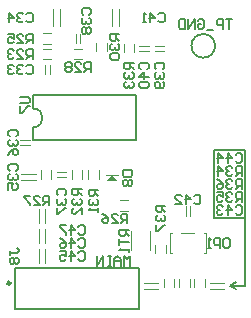
<source format=gbo>
G04*
G04 #@! TF.GenerationSoftware,Altium Limited,Altium Designer,22.1.2 (22)*
G04*
G04 Layer_Color=32896*
%FSLAX25Y25*%
%MOIN*%
G70*
G04*
G04 #@! TF.SameCoordinates,BB4BA718-9431-4743-B970-F4C87B48E952*
G04*
G04*
G04 #@! TF.FilePolarity,Positive*
G04*
G01*
G75*
%ADD10C,0.00787*%
%ADD11C,0.01181*%
%ADD13C,0.00394*%
%ADD15C,0.00591*%
G36*
X271260Y45079D02*
X269291Y43110D01*
X273228D01*
X271260Y45079D01*
D02*
G37*
D10*
X244882Y61024D02*
G03*
X244882Y67323I0J3150D01*
G01*
X238976Y394D02*
Y14173D01*
Y394D02*
X280315D01*
Y14173D01*
X238976D02*
X280315D01*
X244882Y56693D02*
Y61024D01*
Y67323D02*
Y71653D01*
Y56693D02*
X279134D01*
Y71653D01*
X244882D02*
X279134D01*
X311283Y97112D02*
X309184D01*
X310234D01*
Y93964D01*
X308135D02*
Y97112D01*
X306560D01*
X306036Y96588D01*
Y95538D01*
X306560Y95013D01*
X308135D01*
X304986Y93439D02*
X302887D01*
X299738Y96588D02*
X300263Y97112D01*
X301313D01*
X301837Y96588D01*
Y94489D01*
X301313Y93964D01*
X300263D01*
X299738Y94489D01*
Y95538D01*
X300788D01*
X298689Y93964D02*
Y97112D01*
X296590Y93964D01*
Y97112D01*
X295540D02*
Y93964D01*
X293966D01*
X293441Y94489D01*
Y96588D01*
X293966Y97112D01*
X295540D01*
X277164Y14961D02*
Y18110D01*
X276114Y17060D01*
X275064Y18110D01*
Y14961D01*
X274015D02*
Y17060D01*
X272966Y18110D01*
X271916Y17060D01*
Y14961D01*
Y16535D01*
X274015D01*
X270866Y18110D02*
X269817D01*
X270342D01*
Y14961D01*
X270866D01*
X269817D01*
X268243D02*
Y18110D01*
X266143Y14961D01*
Y18110D01*
D11*
X237205Y9055D02*
G03*
X237205Y9055I-394J0D01*
G01*
D13*
X269291Y45079D02*
X273228D01*
X251575Y94685D02*
Y100591D01*
X253937Y94685D02*
Y100591D01*
X271260Y94685D02*
Y100591D01*
X273622Y94685D02*
Y100591D01*
X240945Y43504D02*
X245669D01*
X240945Y45472D02*
X245669D01*
X303937Y9252D02*
X308661D01*
X303937Y7283D02*
X308661D01*
X281890Y7283D02*
X286614D01*
X281890Y9252D02*
X286614D01*
X248819Y15748D02*
Y20472D01*
X246850Y15748D02*
Y20472D01*
X248819Y22441D02*
Y27165D01*
X246850Y22441D02*
Y27165D01*
X248819Y29134D02*
Y33858D01*
X246850Y29134D02*
Y33858D01*
X250394Y78740D02*
Y81890D01*
X248819Y78740D02*
Y81890D01*
X240551Y56693D02*
X243701D01*
X240551Y55118D02*
X243701D01*
X252756Y44488D02*
X255906D01*
X252756Y46063D02*
X255906D01*
X260630Y88976D02*
Y92126D01*
X259055Y88976D02*
Y92126D01*
X285506Y88189D02*
X288655D01*
X285506Y86614D02*
X288655D01*
X280315Y88189D02*
X283465D01*
X280315Y86614D02*
X283465D01*
X297244Y31496D02*
Y34646D01*
X295669Y31496D02*
Y34646D01*
X290551Y19094D02*
Y25787D01*
X302362Y19094D02*
Y25787D01*
X301772D02*
X302362D01*
X301772Y19094D02*
X302362D01*
X290551Y25787D02*
X291142D01*
X290551Y19094D02*
X291142D01*
X294291Y25787D02*
X298622D01*
X283858Y20079D02*
Y26417D01*
X277559Y20079D02*
Y26417D01*
X248228Y83661D02*
X250984D01*
X248228Y87205D02*
X250984D01*
X248228Y92323D02*
X250984D01*
X248228Y88779D02*
X250984D01*
X273819Y36811D02*
X276575D01*
X273819Y33268D02*
X276575D01*
X247441Y43898D02*
Y46654D01*
X250984Y43898D02*
Y46654D01*
X258465Y83661D02*
X261221D01*
X258465Y87205D02*
X261221D01*
X269488Y86417D02*
Y89173D01*
X265945Y86417D02*
Y89173D01*
X263189Y43898D02*
Y46654D01*
X266732Y43898D02*
Y46654D01*
X257677Y43898D02*
Y46654D01*
X261221Y43898D02*
Y46654D01*
X278543Y86024D02*
Y88779D01*
X275000Y86024D02*
Y88779D01*
X288386Y7677D02*
Y10433D01*
X291929Y7677D02*
Y10433D01*
X298622Y7677D02*
Y10433D01*
X302165Y7677D02*
Y10433D01*
X293504Y7677D02*
Y10433D01*
X297047Y7677D02*
Y10433D01*
X289173Y19094D02*
Y21850D01*
X285630Y19094D02*
Y21850D01*
D15*
X305512Y88189D02*
G03*
X305512Y88189I-3937J0D01*
G01*
X310630Y8268D02*
X312598Y7087D01*
X310630Y8268D02*
X312598Y9449D01*
X310630Y8268D02*
X315354D01*
Y30709D01*
X312598D02*
X315354D01*
Y53543D01*
X305118Y30709D02*
X315354D01*
X305118D02*
Y53543D01*
X315354D01*
X240552Y71128D02*
X243176D01*
X243700Y70603D01*
Y69554D01*
X243176Y69029D01*
X240552D01*
Y67979D02*
Y65880D01*
X241076D01*
X243176Y67979D01*
X243700D01*
X276771Y26902D02*
X273623D01*
Y25327D01*
X274147Y24803D01*
X275197D01*
X275722Y25327D01*
Y26902D01*
Y25852D02*
X276771Y24803D01*
X273623Y23753D02*
Y21654D01*
Y22704D01*
X276771D01*
Y20605D02*
Y19555D01*
Y20080D01*
X273623D01*
X274147Y20605D01*
X288976Y34907D02*
X285827D01*
Y33332D01*
X286352Y32808D01*
X287402D01*
X287926Y33332D01*
Y34907D01*
Y33857D02*
X288976Y32808D01*
X286352Y31758D02*
X285827Y31233D01*
Y30184D01*
X286352Y29659D01*
X286877D01*
X287402Y30184D01*
Y30709D01*
Y30184D01*
X287926Y29659D01*
X288451D01*
X288976Y30184D01*
Y31233D01*
X288451Y31758D01*
X285827Y28610D02*
Y26511D01*
X286352D01*
X288451Y28610D01*
X288976D01*
X314434Y40552D02*
Y43700D01*
X312860D01*
X312335Y43176D01*
Y42126D01*
X312860Y41601D01*
X314434D01*
X313385D02*
X312335Y40552D01*
X311286Y43176D02*
X310761Y43700D01*
X309712D01*
X309187Y43176D01*
Y42651D01*
X309712Y42126D01*
X310236D01*
X309712D01*
X309187Y41601D01*
Y41076D01*
X309712Y40552D01*
X310761D01*
X311286Y41076D01*
X306038Y43700D02*
X307088Y43176D01*
X308137Y42126D01*
Y41076D01*
X307612Y40552D01*
X306563D01*
X306038Y41076D01*
Y41601D01*
X306563Y42126D01*
X308137D01*
X314434Y36221D02*
Y39370D01*
X312860D01*
X312335Y38845D01*
Y37795D01*
X312860Y37271D01*
X314434D01*
X313385D02*
X312335Y36221D01*
X311286Y38845D02*
X310761Y39370D01*
X309712D01*
X309187Y38845D01*
Y38320D01*
X309712Y37795D01*
X310236D01*
X309712D01*
X309187Y37271D01*
Y36746D01*
X309712Y36221D01*
X310761D01*
X311286Y36746D01*
X306038Y39370D02*
X308137D01*
Y37795D01*
X307088Y38320D01*
X306563D01*
X306038Y37795D01*
Y36746D01*
X306563Y36221D01*
X307612D01*
X308137Y36746D01*
X314434Y44882D02*
Y48031D01*
X312860D01*
X312335Y47506D01*
Y46457D01*
X312860Y45932D01*
X314434D01*
X313385D02*
X312335Y44882D01*
X311286Y47506D02*
X310761Y48031D01*
X309712D01*
X309187Y47506D01*
Y46981D01*
X309712Y46457D01*
X310236D01*
X309712D01*
X309187Y45932D01*
Y45407D01*
X309712Y44882D01*
X310761D01*
X311286Y45407D01*
X306563Y44882D02*
Y48031D01*
X308137Y46457D01*
X306038D01*
X278346Y82545D02*
X275197D01*
Y80970D01*
X275722Y80445D01*
X276772D01*
X277296Y80970D01*
Y82545D01*
Y81495D02*
X278346Y80445D01*
X275722Y79396D02*
X275197Y78871D01*
Y77822D01*
X275722Y77297D01*
X276247D01*
X276772Y77822D01*
Y78347D01*
Y77822D01*
X277296Y77297D01*
X277821D01*
X278346Y77822D01*
Y78871D01*
X277821Y79396D01*
X275722Y76247D02*
X275197Y75723D01*
Y74673D01*
X275722Y74148D01*
X276247D01*
X276772Y74673D01*
Y75198D01*
Y74673D01*
X277296Y74148D01*
X277821D01*
X278346Y74673D01*
Y75723D01*
X277821Y76247D01*
X261023Y40419D02*
X257874D01*
Y38844D01*
X258399Y38320D01*
X259449D01*
X259974Y38844D01*
Y40419D01*
Y39369D02*
X261023Y38320D01*
X258399Y37270D02*
X257874Y36745D01*
Y35696D01*
X258399Y35171D01*
X258924D01*
X259449Y35696D01*
Y36220D01*
Y35696D01*
X259974Y35171D01*
X260498D01*
X261023Y35696D01*
Y36745D01*
X260498Y37270D01*
X261023Y32022D02*
Y34121D01*
X258924Y32022D01*
X258399D01*
X257874Y32547D01*
Y33597D01*
X258399Y34121D01*
X266535Y40288D02*
X263386D01*
Y38713D01*
X263911Y38188D01*
X264961D01*
X265485Y38713D01*
Y40288D01*
Y39238D02*
X266535Y38188D01*
X263911Y37139D02*
X263386Y36614D01*
Y35565D01*
X263911Y35040D01*
X264436D01*
X264961Y35565D01*
Y36089D01*
Y35565D01*
X265485Y35040D01*
X266010D01*
X266535Y35565D01*
Y36614D01*
X266010Y37139D01*
X266535Y33990D02*
Y32941D01*
Y33466D01*
X263386D01*
X263911Y33990D01*
X273622Y91993D02*
X270473D01*
Y90419D01*
X270998Y89894D01*
X272047D01*
X272572Y90419D01*
Y91993D01*
Y90944D02*
X273622Y89894D01*
X270998Y88845D02*
X270473Y88320D01*
Y87270D01*
X270998Y86746D01*
X271522D01*
X272047Y87270D01*
Y87795D01*
Y87270D01*
X272572Y86746D01*
X273097D01*
X273622Y87270D01*
Y88320D01*
X273097Y88845D01*
X270998Y85696D02*
X270473Y85172D01*
Y84122D01*
X270998Y83597D01*
X273097D01*
X273622Y84122D01*
Y85172D01*
X273097Y85696D01*
X270998D01*
X264041Y79528D02*
Y82677D01*
X262466D01*
X261942Y82152D01*
Y81102D01*
X262466Y80578D01*
X264041D01*
X262991D02*
X261942Y79528D01*
X258793D02*
X260892D01*
X258793Y81627D01*
Y82152D01*
X259318Y82677D01*
X260367D01*
X260892Y82152D01*
X257744D02*
X257219Y82677D01*
X256169D01*
X255644Y82152D01*
Y81627D01*
X256169Y81102D01*
X255644Y80578D01*
Y80053D01*
X256169Y79528D01*
X257219D01*
X257744Y80053D01*
Y80578D01*
X257219Y81102D01*
X257744Y81627D01*
Y82152D01*
X257219Y81102D02*
X256169D01*
X250261Y35040D02*
Y38188D01*
X248687D01*
X248162Y37664D01*
Y36614D01*
X248687Y36089D01*
X250261D01*
X249212D02*
X248162Y35040D01*
X245013D02*
X247112D01*
X245013Y37139D01*
Y37664D01*
X245538Y38188D01*
X246588D01*
X247112Y37664D01*
X243964Y38188D02*
X241865D01*
Y37664D01*
X243964Y35565D01*
Y35040D01*
X276245Y29134D02*
Y32283D01*
X274671D01*
X274146Y31758D01*
Y30709D01*
X274671Y30184D01*
X276245D01*
X275196D02*
X274146Y29134D01*
X270998D02*
X273097D01*
X270998Y31233D01*
Y31758D01*
X271522Y32283D01*
X272572D01*
X273097Y31758D01*
X267849Y32283D02*
X268899Y31758D01*
X269948Y30709D01*
Y29659D01*
X269423Y29134D01*
X268374D01*
X267849Y29659D01*
Y30184D01*
X268374Y30709D01*
X269948D01*
X244749Y88977D02*
Y92125D01*
X243175D01*
X242650Y91601D01*
Y90551D01*
X243175Y90026D01*
X244749D01*
X243700D02*
X242650Y88977D01*
X239502D02*
X241601D01*
X239502Y91076D01*
Y91601D01*
X240026Y92125D01*
X241076D01*
X241601Y91601D01*
X236353Y92125D02*
X238452D01*
Y90551D01*
X237403Y91076D01*
X236878D01*
X236353Y90551D01*
Y89502D01*
X236878Y88977D01*
X237927D01*
X238452Y89502D01*
X244749Y83859D02*
Y87007D01*
X243175D01*
X242650Y86483D01*
Y85433D01*
X243175Y84908D01*
X244749D01*
X243700D02*
X242650Y83859D01*
X239502D02*
X241601D01*
X239502Y85958D01*
Y86483D01*
X240026Y87007D01*
X241076D01*
X241601Y86483D01*
X238452D02*
X237927Y87007D01*
X236878D01*
X236353Y86483D01*
Y85958D01*
X236878Y85433D01*
X237403D01*
X236878D01*
X236353Y84908D01*
Y84384D01*
X236878Y83859D01*
X237927D01*
X238452Y84384D01*
X308792Y24015D02*
X309841D01*
X310366Y23491D01*
Y21391D01*
X309841Y20867D01*
X308792D01*
X308267Y21391D01*
Y23491D01*
X308792Y24015D01*
X307218Y20867D02*
Y24015D01*
X305643D01*
X305119Y23491D01*
Y22441D01*
X305643Y21916D01*
X307218D01*
X304069Y20867D02*
X303019D01*
X303544D01*
Y24015D01*
X304069Y23491D01*
X237008Y18635D02*
Y19684D01*
Y19160D01*
X239632D01*
X240157Y19684D01*
Y20209D01*
X239632Y20734D01*
X237533Y17585D02*
X237008Y17061D01*
Y16011D01*
X237533Y15486D01*
X238058D01*
X238583Y16011D01*
X239107Y15486D01*
X239632D01*
X240157Y16011D01*
Y17061D01*
X239632Y17585D01*
X239107D01*
X238583Y17061D01*
X238058Y17585D01*
X237533D01*
X238583Y17061D02*
Y16011D01*
X274804Y46718D02*
X277952D01*
Y45144D01*
X277428Y44619D01*
X275328D01*
X274804Y45144D01*
Y46718D01*
X275328Y43570D02*
X274804Y43045D01*
Y41995D01*
X275328Y41471D01*
X275853D01*
X276378Y41995D01*
X276903Y41471D01*
X277428D01*
X277952Y41995D01*
Y43045D01*
X277428Y43570D01*
X276903D01*
X276378Y43045D01*
X275853Y43570D01*
X275328D01*
X276378Y43045D02*
Y41995D01*
X259973Y27821D02*
X260498Y28346D01*
X261547D01*
X262072Y27821D01*
Y25722D01*
X261547Y25197D01*
X260498D01*
X259973Y25722D01*
X257349Y25197D02*
Y28346D01*
X258924Y26772D01*
X256824D01*
X255775Y28346D02*
X253676D01*
Y27821D01*
X255775Y25722D01*
Y25197D01*
X259973Y23491D02*
X260498Y24015D01*
X261547D01*
X262072Y23491D01*
Y21391D01*
X261547Y20867D01*
X260498D01*
X259973Y21391D01*
X257349Y20867D02*
Y24015D01*
X258924Y22441D01*
X256824D01*
X253676Y24015D02*
X254725Y23491D01*
X255775Y22441D01*
Y21391D01*
X255250Y20867D01*
X254201D01*
X253676Y21391D01*
Y21916D01*
X254201Y22441D01*
X255775D01*
X259973Y19160D02*
X260498Y19684D01*
X261547D01*
X262072Y19160D01*
Y17061D01*
X261547Y16536D01*
X260498D01*
X259973Y17061D01*
X257349Y16536D02*
Y19684D01*
X258924Y18110D01*
X256824D01*
X253676Y19684D02*
X255775D01*
Y18110D01*
X254725Y18635D01*
X254201D01*
X253676Y18110D01*
Y17061D01*
X254201Y16536D01*
X255250D01*
X255775Y17061D01*
X312335Y51837D02*
X312860Y52362D01*
X313910D01*
X314434Y51837D01*
Y49738D01*
X313910Y49213D01*
X312860D01*
X312335Y49738D01*
X309712Y49213D02*
Y52362D01*
X311286Y50787D01*
X309187D01*
X306563Y49213D02*
Y52362D01*
X308137Y50787D01*
X306038D01*
X312335Y34514D02*
X312860Y35039D01*
X313910D01*
X314434Y34514D01*
Y32415D01*
X313910Y31890D01*
X312860D01*
X312335Y32415D01*
X309712Y31890D02*
Y35039D01*
X311286Y33465D01*
X309187D01*
X308137Y34514D02*
X307612Y35039D01*
X306563D01*
X306038Y34514D01*
Y33989D01*
X306563Y33465D01*
X307088D01*
X306563D01*
X306038Y32940D01*
Y32415D01*
X306563Y31890D01*
X307612D01*
X308137Y32415D01*
X298556Y38057D02*
X299080Y38582D01*
X300130D01*
X300655Y38057D01*
Y35958D01*
X300130Y35434D01*
X299080D01*
X298556Y35958D01*
X295932Y35434D02*
Y38582D01*
X297506Y37008D01*
X295407D01*
X292259Y35434D02*
X294358D01*
X292259Y37533D01*
Y38057D01*
X292783Y38582D01*
X293833D01*
X294358Y38057D01*
X286614Y98687D02*
X287138Y99212D01*
X288188D01*
X288713Y98687D01*
Y96588D01*
X288188Y96064D01*
X287138D01*
X286614Y96588D01*
X283990Y96064D02*
Y99212D01*
X285564Y97638D01*
X283465D01*
X282416Y96064D02*
X281366D01*
X281891D01*
Y99212D01*
X282416Y98687D01*
X280840Y80445D02*
X280315Y80970D01*
Y82020D01*
X280840Y82545D01*
X282939D01*
X283464Y82020D01*
Y80970D01*
X282939Y80445D01*
X283464Y77822D02*
X280315D01*
X281890Y79396D01*
Y77297D01*
X280840Y76247D02*
X280315Y75723D01*
Y74673D01*
X280840Y74148D01*
X282939D01*
X283464Y74673D01*
Y75723D01*
X282939Y76247D01*
X280840D01*
X285958Y80445D02*
X285434Y80970D01*
Y82020D01*
X285958Y82545D01*
X288057D01*
X288582Y82020D01*
Y80970D01*
X288057Y80445D01*
X285958Y79396D02*
X285434Y78871D01*
Y77822D01*
X285958Y77297D01*
X286483D01*
X287008Y77822D01*
Y78347D01*
Y77822D01*
X287533Y77297D01*
X288057D01*
X288582Y77822D01*
Y78871D01*
X288057Y79396D01*
Y76247D02*
X288582Y75723D01*
Y74673D01*
X288057Y74148D01*
X285958D01*
X285434Y74673D01*
Y75723D01*
X285958Y76247D01*
X286483D01*
X287008Y75723D01*
Y74148D01*
X261549Y98556D02*
X261024Y99080D01*
Y100130D01*
X261549Y100655D01*
X263648D01*
X264173Y100130D01*
Y99080D01*
X263648Y98556D01*
X261549Y97506D02*
X261024Y96982D01*
Y95932D01*
X261549Y95407D01*
X262074D01*
X262598Y95932D01*
Y96457D01*
Y95932D01*
X263123Y95407D01*
X263648D01*
X264173Y95932D01*
Y96982D01*
X263648Y97506D01*
X261549Y94358D02*
X261024Y93833D01*
Y92783D01*
X261549Y92259D01*
X262074D01*
X262598Y92783D01*
X263123Y92259D01*
X263648D01*
X264173Y92783D01*
Y93833D01*
X263648Y94358D01*
X263123D01*
X262598Y93833D01*
X262074Y94358D01*
X261549D01*
X262598Y93833D02*
Y92783D01*
X253281Y38320D02*
X252756Y38844D01*
Y39894D01*
X253281Y40419D01*
X255380D01*
X255905Y39894D01*
Y38844D01*
X255380Y38320D01*
X253281Y37270D02*
X252756Y36745D01*
Y35696D01*
X253281Y35171D01*
X253806D01*
X254331Y35696D01*
Y36220D01*
Y35696D01*
X254855Y35171D01*
X255380D01*
X255905Y35696D01*
Y36745D01*
X255380Y37270D01*
X252756Y34121D02*
Y32022D01*
X253281D01*
X255380Y34121D01*
X255905D01*
X237139Y58005D02*
X236615Y58529D01*
Y59579D01*
X237139Y60104D01*
X239239D01*
X239763Y59579D01*
Y58529D01*
X239239Y58005D01*
X237139Y56955D02*
X236615Y56430D01*
Y55381D01*
X237139Y54856D01*
X237664D01*
X238189Y55381D01*
Y55905D01*
Y55381D01*
X238714Y54856D01*
X239239D01*
X239763Y55381D01*
Y56430D01*
X239239Y56955D01*
X236615Y51707D02*
X237139Y52757D01*
X238189Y53807D01*
X239239D01*
X239763Y53282D01*
Y52232D01*
X239239Y51707D01*
X238714D01*
X238189Y52232D01*
Y53807D01*
X237139Y46587D02*
X236615Y47112D01*
Y48162D01*
X237139Y48686D01*
X239239D01*
X239763Y48162D01*
Y47112D01*
X239239Y46587D01*
X237139Y45538D02*
X236615Y45013D01*
Y43963D01*
X237139Y43439D01*
X237664D01*
X238189Y43963D01*
Y44488D01*
Y43963D01*
X238714Y43439D01*
X239239D01*
X239763Y43963D01*
Y45013D01*
X239239Y45538D01*
X236615Y40290D02*
Y42389D01*
X238189D01*
X237664Y41340D01*
Y40815D01*
X238189Y40290D01*
X239239D01*
X239763Y40815D01*
Y41864D01*
X239239Y42389D01*
X242650Y98687D02*
X243175Y99212D01*
X244225D01*
X244749Y98687D01*
Y96588D01*
X244225Y96064D01*
X243175D01*
X242650Y96588D01*
X241601Y98687D02*
X241076Y99212D01*
X240026D01*
X239502Y98687D01*
Y98163D01*
X240026Y97638D01*
X240551D01*
X240026D01*
X239502Y97113D01*
Y96588D01*
X240026Y96064D01*
X241076D01*
X241601Y96588D01*
X236878Y96064D02*
Y99212D01*
X238452Y97638D01*
X236353D01*
X242650Y81365D02*
X243175Y81889D01*
X244225D01*
X244749Y81365D01*
Y79265D01*
X244225Y78741D01*
X243175D01*
X242650Y79265D01*
X241601Y81365D02*
X241076Y81889D01*
X240026D01*
X239502Y81365D01*
Y80840D01*
X240026Y80315D01*
X240551D01*
X240026D01*
X239502Y79790D01*
Y79265D01*
X240026Y78741D01*
X241076D01*
X241601Y79265D01*
X238452Y81365D02*
X237927Y81889D01*
X236878D01*
X236353Y81365D01*
Y80840D01*
X236878Y80315D01*
X237403D01*
X236878D01*
X236353Y79790D01*
Y79265D01*
X236878Y78741D01*
X237927D01*
X238452Y79265D01*
M02*

</source>
